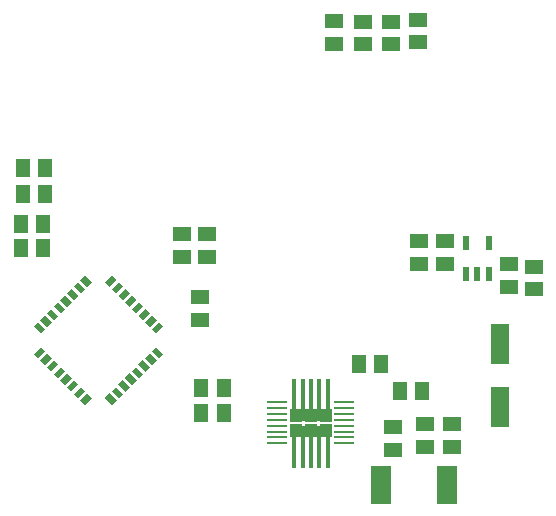
<source format=gbr>
G04 EAGLE Gerber RS-274X export*
G75*
%MOMM*%
%FSLAX34Y34*%
%LPD*%
%INSolderpaste Top*%
%IPPOS*%
%AMOC8*
5,1,8,0,0,1.08239X$1,22.5*%
G01*
%ADD10R,1.778000X0.254000*%
%ADD11R,0.304800X3.556000*%
%ADD12R,0.540000X0.850000*%
%ADD13R,1.300000X1.500000*%
%ADD14R,1.500000X1.300000*%
%ADD15R,1.600000X1.300000*%
%ADD16R,1.300000X1.600000*%
%ADD17R,1.600000X3.500000*%
%ADD18R,0.550000X1.200000*%
%ADD19R,1.800000X3.200000*%

G36*
X278052Y80875D02*
X278052Y80875D01*
X278054Y80874D01*
X278097Y80894D01*
X278141Y80912D01*
X278141Y80914D01*
X278143Y80915D01*
X278176Y81000D01*
X278176Y91700D01*
X278175Y91702D01*
X278176Y91704D01*
X278156Y91747D01*
X278138Y91791D01*
X278136Y91791D01*
X278135Y91793D01*
X278050Y91826D01*
X267350Y91826D01*
X267348Y91825D01*
X267346Y91826D01*
X267303Y91806D01*
X267259Y91788D01*
X267259Y91786D01*
X267257Y91785D01*
X267224Y91700D01*
X267224Y81000D01*
X267225Y80998D01*
X267224Y80996D01*
X267244Y80953D01*
X267262Y80909D01*
X267264Y80909D01*
X267265Y80907D01*
X267350Y80874D01*
X278050Y80874D01*
X278052Y80875D01*
G37*
G36*
X265352Y80875D02*
X265352Y80875D01*
X265354Y80874D01*
X265397Y80894D01*
X265441Y80912D01*
X265441Y80914D01*
X265443Y80915D01*
X265476Y81000D01*
X265476Y91700D01*
X265475Y91702D01*
X265476Y91704D01*
X265456Y91747D01*
X265438Y91791D01*
X265436Y91791D01*
X265435Y91793D01*
X265350Y91826D01*
X254650Y91826D01*
X254648Y91825D01*
X254646Y91826D01*
X254603Y91806D01*
X254559Y91788D01*
X254559Y91786D01*
X254557Y91785D01*
X254524Y91700D01*
X254524Y81000D01*
X254525Y80998D01*
X254524Y80996D01*
X254544Y80953D01*
X254562Y80909D01*
X254564Y80909D01*
X254565Y80907D01*
X254650Y80874D01*
X265350Y80874D01*
X265352Y80875D01*
G37*
G36*
X252741Y80912D02*
X252741Y80912D01*
X252741Y80914D01*
X252743Y80915D01*
X252776Y81000D01*
X252776Y91700D01*
X252775Y91702D01*
X252776Y91704D01*
X252756Y91747D01*
X252738Y91791D01*
X252736Y91791D01*
X252735Y91793D01*
X252650Y91826D01*
X241950Y91826D01*
X241948Y91825D01*
X241946Y91826D01*
X241903Y91806D01*
X241859Y91788D01*
X241859Y91786D01*
X241857Y91785D01*
X241824Y91700D01*
X241824Y81000D01*
X241825Y80998D01*
X241824Y80996D01*
X241844Y80953D01*
X241862Y80909D01*
X241864Y80909D01*
X241865Y80907D01*
X241950Y80874D01*
X252650Y80874D01*
X252652Y80875D01*
X252654Y80874D01*
X252697Y80894D01*
X252741Y80912D01*
G37*
G36*
X278052Y68175D02*
X278052Y68175D01*
X278054Y68174D01*
X278097Y68194D01*
X278141Y68212D01*
X278141Y68214D01*
X278143Y68215D01*
X278176Y68300D01*
X278176Y79000D01*
X278175Y79002D01*
X278176Y79004D01*
X278156Y79047D01*
X278138Y79091D01*
X278136Y79091D01*
X278135Y79093D01*
X278050Y79126D01*
X267350Y79126D01*
X267348Y79125D01*
X267346Y79126D01*
X267303Y79106D01*
X267259Y79088D01*
X267259Y79086D01*
X267257Y79085D01*
X267224Y79000D01*
X267224Y68300D01*
X267225Y68298D01*
X267224Y68296D01*
X267244Y68253D01*
X267262Y68209D01*
X267264Y68209D01*
X267265Y68207D01*
X267350Y68174D01*
X278050Y68174D01*
X278052Y68175D01*
G37*
G36*
X265352Y68175D02*
X265352Y68175D01*
X265354Y68174D01*
X265397Y68194D01*
X265441Y68212D01*
X265441Y68214D01*
X265443Y68215D01*
X265476Y68300D01*
X265476Y79000D01*
X265475Y79002D01*
X265476Y79004D01*
X265456Y79047D01*
X265438Y79091D01*
X265436Y79091D01*
X265435Y79093D01*
X265350Y79126D01*
X254650Y79126D01*
X254648Y79125D01*
X254646Y79126D01*
X254603Y79106D01*
X254559Y79088D01*
X254559Y79086D01*
X254557Y79085D01*
X254524Y79000D01*
X254524Y68300D01*
X254525Y68298D01*
X254524Y68296D01*
X254544Y68253D01*
X254562Y68209D01*
X254564Y68209D01*
X254565Y68207D01*
X254650Y68174D01*
X265350Y68174D01*
X265352Y68175D01*
G37*
G36*
X252652Y68175D02*
X252652Y68175D01*
X252654Y68174D01*
X252697Y68194D01*
X252741Y68212D01*
X252741Y68214D01*
X252743Y68215D01*
X252776Y68300D01*
X252776Y79000D01*
X252775Y79002D01*
X252776Y79004D01*
X252756Y79047D01*
X252738Y79091D01*
X252736Y79091D01*
X252735Y79093D01*
X252650Y79126D01*
X241950Y79126D01*
X241948Y79125D01*
X241946Y79126D01*
X241903Y79106D01*
X241859Y79088D01*
X241859Y79086D01*
X241857Y79085D01*
X241824Y79000D01*
X241824Y68300D01*
X241825Y68298D01*
X241824Y68296D01*
X241844Y68253D01*
X241862Y68209D01*
X241864Y68209D01*
X241865Y68207D01*
X241950Y68174D01*
X252650Y68174D01*
X252652Y68175D01*
G37*
D10*
X231420Y97500D03*
X231420Y92500D03*
X231420Y87500D03*
X231420Y82500D03*
X231420Y77500D03*
X231420Y72500D03*
X231420Y67500D03*
X231420Y62500D03*
D11*
X246000Y59420D03*
X253000Y59420D03*
X260000Y59420D03*
X267000Y59420D03*
X274000Y59420D03*
D10*
X287564Y62500D03*
X287564Y67500D03*
X287564Y72500D03*
X287564Y77500D03*
X287564Y82500D03*
X287564Y87500D03*
X287564Y92500D03*
X287564Y97500D03*
D11*
X274000Y99564D03*
X267000Y99564D03*
X260000Y99564D03*
X253000Y99564D03*
X246000Y99564D03*
D12*
G36*
X28876Y134656D02*
X25058Y138474D01*
X31068Y144484D01*
X34886Y140666D01*
X28876Y134656D01*
G37*
G36*
X34533Y128999D02*
X30715Y132817D01*
X36725Y138827D01*
X40543Y135009D01*
X34533Y128999D01*
G37*
G36*
X40190Y123342D02*
X36372Y127160D01*
X42382Y133170D01*
X46200Y129352D01*
X40190Y123342D01*
G37*
G36*
X45847Y117686D02*
X42029Y121504D01*
X48039Y127514D01*
X51857Y123696D01*
X45847Y117686D01*
G37*
G36*
X51504Y112029D02*
X47686Y115847D01*
X53696Y121857D01*
X57514Y118039D01*
X51504Y112029D01*
G37*
G36*
X57090Y106443D02*
X53272Y110261D01*
X59282Y116271D01*
X63100Y112453D01*
X57090Y106443D01*
G37*
G36*
X62747Y100786D02*
X58929Y104604D01*
X64939Y110614D01*
X68757Y106796D01*
X62747Y100786D01*
G37*
G36*
X68403Y95129D02*
X64585Y98947D01*
X70595Y104957D01*
X74413Y101139D01*
X68403Y95129D01*
G37*
G36*
X95344Y98876D02*
X91526Y95058D01*
X85516Y101068D01*
X89334Y104886D01*
X95344Y98876D01*
G37*
G36*
X101001Y104533D02*
X97183Y100715D01*
X91173Y106725D01*
X94991Y110543D01*
X101001Y104533D01*
G37*
G36*
X106658Y110190D02*
X102840Y106372D01*
X96830Y112382D01*
X100648Y116200D01*
X106658Y110190D01*
G37*
G36*
X112314Y115847D02*
X108496Y112029D01*
X102486Y118039D01*
X106304Y121857D01*
X112314Y115847D01*
G37*
G36*
X117971Y121504D02*
X114153Y117686D01*
X108143Y123696D01*
X111961Y127514D01*
X117971Y121504D01*
G37*
G36*
X123628Y127160D02*
X119810Y123342D01*
X113800Y129352D01*
X117618Y133170D01*
X123628Y127160D01*
G37*
G36*
X129285Y132817D02*
X125467Y128999D01*
X119457Y135009D01*
X123275Y138827D01*
X129285Y132817D01*
G37*
G36*
X134942Y138474D02*
X131124Y134656D01*
X125114Y140666D01*
X128932Y144484D01*
X134942Y138474D01*
G37*
G36*
X131124Y165344D02*
X134942Y161526D01*
X128932Y155516D01*
X125114Y159334D01*
X131124Y165344D01*
G37*
G36*
X125467Y171001D02*
X129285Y167183D01*
X123275Y161173D01*
X119457Y164991D01*
X125467Y171001D01*
G37*
G36*
X119810Y176658D02*
X123628Y172840D01*
X117618Y166830D01*
X113800Y170648D01*
X119810Y176658D01*
G37*
G36*
X114153Y182314D02*
X117971Y178496D01*
X111961Y172486D01*
X108143Y176304D01*
X114153Y182314D01*
G37*
G36*
X108496Y187971D02*
X112314Y184153D01*
X106304Y178143D01*
X102486Y181961D01*
X108496Y187971D01*
G37*
G36*
X102840Y193628D02*
X106658Y189810D01*
X100648Y183800D01*
X96830Y187618D01*
X102840Y193628D01*
G37*
G36*
X97183Y199285D02*
X101001Y195467D01*
X94991Y189457D01*
X91173Y193275D01*
X97183Y199285D01*
G37*
G36*
X91526Y204942D02*
X95344Y201124D01*
X89334Y195114D01*
X85516Y198932D01*
X91526Y204942D01*
G37*
G36*
X64656Y201124D02*
X68474Y204942D01*
X74484Y198932D01*
X70666Y195114D01*
X64656Y201124D01*
G37*
G36*
X58999Y195467D02*
X62817Y199285D01*
X68827Y193275D01*
X65009Y189457D01*
X58999Y195467D01*
G37*
G36*
X53342Y189810D02*
X57160Y193628D01*
X63170Y187618D01*
X59352Y183800D01*
X53342Y189810D01*
G37*
G36*
X47686Y184153D02*
X51504Y187971D01*
X57514Y181961D01*
X53696Y178143D01*
X47686Y184153D01*
G37*
G36*
X42029Y178496D02*
X45847Y182314D01*
X51857Y176304D01*
X48039Y172486D01*
X42029Y178496D01*
G37*
G36*
X36372Y172840D02*
X40190Y176658D01*
X46200Y170648D01*
X42382Y166830D01*
X36372Y172840D01*
G37*
G36*
X30715Y167183D02*
X34533Y171001D01*
X40543Y164991D01*
X36725Y161173D01*
X30715Y167183D01*
G37*
G36*
X25058Y161526D02*
X28876Y165344D01*
X34886Y159334D01*
X31068Y155516D01*
X25058Y161526D01*
G37*
D13*
X14404Y248664D03*
X33404Y248664D03*
D14*
X166096Y186076D03*
X166096Y167076D03*
D13*
X14404Y227808D03*
X33404Y227808D03*
X319500Y130000D03*
X300500Y130000D03*
X335196Y107200D03*
X354196Y107200D03*
D14*
X329224Y76180D03*
X329224Y57180D03*
X356408Y78684D03*
X356408Y59684D03*
X379456Y78684D03*
X379456Y59684D03*
D15*
X279144Y419876D03*
X279144Y400876D03*
D16*
X15988Y273632D03*
X34988Y273632D03*
D13*
X15988Y295344D03*
X34988Y295344D03*
D17*
X420000Y147000D03*
X420000Y93000D03*
D15*
X303904Y400500D03*
X303904Y419500D03*
X327808Y400500D03*
X327808Y419500D03*
X150416Y220372D03*
X150416Y239372D03*
X172232Y220372D03*
X172232Y239372D03*
D14*
X449080Y212148D03*
X449080Y193148D03*
D15*
X427808Y195260D03*
X427808Y214260D03*
D14*
X351816Y233484D03*
X351816Y214484D03*
X373632Y233484D03*
X373632Y214484D03*
D18*
X391436Y206311D03*
X400936Y206311D03*
X410436Y206311D03*
X410436Y232313D03*
X391436Y232313D03*
D15*
X350520Y401980D03*
X350520Y420980D03*
D16*
X167284Y88392D03*
X186284Y88392D03*
D13*
X186284Y109728D03*
X167284Y109728D03*
D19*
X375472Y27432D03*
X319472Y27432D03*
M02*

</source>
